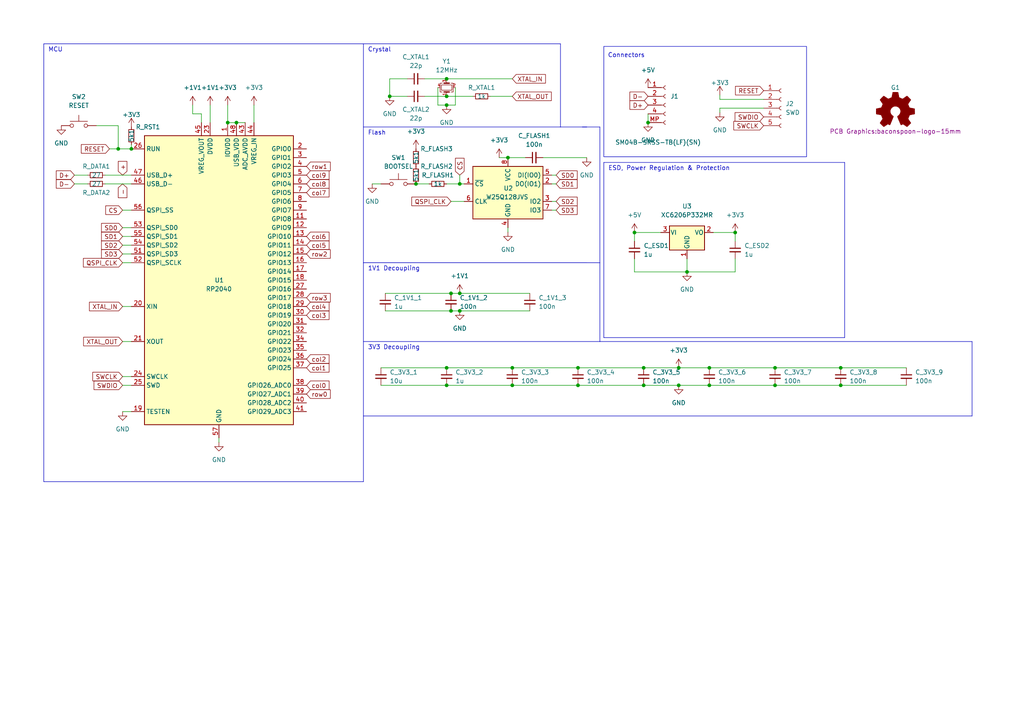
<source format=kicad_sch>
(kicad_sch (version 20230121) (generator eeschema)
  (paper "A4")
  (lib_symbols
    (symbol "Connector:Conn_01x04_Female" (pin_names (offset 1.016) hide)
      (property "Reference" "J1" (at 1.397 0 0))
      (property "Value" "SM04B-SRSS-TB(LF)(SN)" (at -14.605 -13.335 0))
      (symbol "Conn_01x04_Female_1_1"
        (arc (start 0 -7.112) (mid -0.5058 -7.62) (end 0 -8.128) (stroke (width 0.1524)))
        (arc (start 0 -4.572) (mid -0.5058 -5.08) (end 0 -5.588) (stroke (width 0.1524)))
        (arc (start 0 -2.032) (mid -0.5058 -2.54) (end 0 -3.048) (stroke (width 0.1524)))
        (polyline (pts (xy -1.27 -7.62) (xy -0.508 -7.62)) (stroke (width 0.1524)))
        (polyline (pts (xy -1.27 -5.08) (xy -0.508 -5.08)) (stroke (width 0.1524)))
        (polyline (pts (xy -1.27 -2.54) (xy -0.508 -2.54)) (stroke (width 0.1524)))
        (polyline (pts (xy -1.27 0) (xy -0.508 0)) (stroke (width 0.1524)))
        (polyline (pts (xy -1.27 2.54) (xy -0.508 2.54)) (stroke (width 0.1524)))
        (arc (start 0 0.508) (mid -0.5058 0) (end 0 -0.508) (stroke (width 0.1524)))
        (arc (start 0 3.048) (mid -0.5058 2.54) (end 0 2.032) (stroke (width 0.1524)))
        (pin passive line (at -5.08 2.54 0) (length 3.81) (name "Pin_1") (number "1"))
        (pin passive line (at -5.08 0 0) (length 3.81) (name "Pin_2") (number "2"))
        (pin passive line (at -5.08 -2.54 0) (length 3.81) (name "Pin_3") (number "3"))
        (pin passive line (at -5.08 -5.08 0) (length 3.81) (name "Pin_4") (number "4"))
        (pin passive line (at -5.08 -7.62 0) (length 3.81) (name "MP") (number "MP"))
      )
    )
    (symbol "Connector:Conn_01x05_Female" (pin_names (offset 1.016) hide)
      (property "Reference" "J" (at 0 7.62 0))
      (property "Value" "Conn_01x05_Female" (at 0 -7.62 0))
      (symbol "Conn_01x05_Female_1_1"
        (arc (start 0 -4.572) (mid -0.5058 -5.08) (end 0 -5.588) (stroke (width 0.1524)))
        (arc (start 0 -2.032) (mid -0.5058 -2.54) (end 0 -3.048) (stroke (width 0.1524)))
        (polyline (pts (xy -1.27 -5.08) (xy -0.508 -5.08)) (stroke (width 0.1524)))
        (polyline (pts (xy -1.27 -2.54) (xy -0.508 -2.54)) (stroke (width 0.1524)))
        (polyline (pts (xy -1.27 0) (xy -0.508 0)) (stroke (width 0.1524)))
        (polyline (pts (xy -1.27 2.54) (xy -0.508 2.54)) (stroke (width 0.1524)))
        (polyline (pts (xy -1.27 5.08) (xy -0.508 5.08)) (stroke (width 0.1524)))
        (arc (start 0 0.508) (mid -0.5058 0) (end 0 -0.508) (stroke (width 0.1524)))
        (arc (start 0 3.048) (mid -0.5058 2.54) (end 0 2.032) (stroke (width 0.1524)))
        (arc (start 0 5.588) (mid -0.5058 5.08) (end 0 4.572) (stroke (width 0.1524)))
        (pin passive line (at -5.08 5.08 0) (length 3.81) (name "Pin_1") (number "1"))
        (pin passive line (at -5.08 2.54 0) (length 3.81) (name "Pin_2") (number "2"))
        (pin passive line (at -5.08 0 0) (length 3.81) (name "Pin_3") (number "3"))
        (pin passive line (at -5.08 -2.54 0) (length 3.81) (name "Pin_4") (number "4"))
        (pin passive line (at -5.08 -5.08 0) (length 3.81) (name "Pin_5") (number "5"))
      )
    )
    (symbol "Device:C_Small" (pin_numbers hide) (pin_names (offset 0.254) hide)
      (property "Reference" "C" (at 0.254 1.778 0))
      (property "Value" "C_Small" (at 0.254 -2.032 0))
      (symbol "C_Small_0_1"
        (polyline (pts (xy -1.524 -0.508) (xy 1.524 -0.508)) (stroke (width 0.3302)))
        (polyline (pts (xy -1.524 0.508) (xy 1.524 0.508)) (stroke (width 0.3048)))
      )
      (symbol "C_Small_1_1"
        (pin passive line (at 0 2.54 270) (length 2.032) (name "~") (number "1"))
        (pin passive line (at 0 -2.54 90) (length 2.032) (name "~") (number "2"))
      )
    )
    (symbol "Device:Crystal_GND24_Small" (pin_names (offset 1.016) hide)
      (property "Reference" "Y" (at 1.27 4.445 0))
      (property "Value" "Crystal_GND24_Small" (at 1.27 2.54 0))
      (symbol "Crystal_GND24_Small_0_1"
        (rectangle (start -0.762 -1.524) (end 0.762 1.524))
        (polyline (pts (xy -1.27 -0.762) (xy -1.27 0.762)) (stroke (width 0.381)))
        (polyline (pts (xy 1.27 -0.762) (xy 1.27 0.762)) (stroke (width 0.381)))
        (polyline (pts (xy -1.27 -1.27) (xy -1.27 -1.905) (xy 1.27 -1.905) (xy 1.27 -1.27)))
        (polyline (pts (xy -1.27 1.27) (xy -1.27 1.905) (xy 1.27 1.905) (xy 1.27 1.27)))
      )
      (symbol "Crystal_GND24_Small_1_1"
        (pin passive line (at -2.54 0 0) (length 1.27) (name "1") (number "1"))
        (pin passive line (at 0 -2.54 90) (length 0.635) (name "2") (number "2"))
        (pin passive line (at 2.54 0 180) (length 1.27) (name "3") (number "3"))
        (pin passive line (at 0 2.54 270) (length 0.635) (name "4") (number "4"))
      )
    )
    (symbol "Device:R_Small" (pin_numbers hide) (pin_names (offset 0.254) hide)
      (property "Reference" "R" (at 0.762 0.508 0))
      (property "Value" "R_Small" (at 0.762 -1.016 0))
      (symbol "R_Small_0_1"
        (rectangle (start -0.762 1.778) (end 0.762 -1.778) (stroke (width 0.2032)))
      )
      (symbol "R_Small_1_1"
        (pin passive line (at 0 2.54 270) (length 0.762) (name "~") (number "1"))
        (pin passive line (at 0 -2.54 90) (length 0.762) (name "~") (number "2"))
      )
    )
    (symbol "Graphic:Logo_Open_Hardware_Small" (in_bom no) (on_board no)
      (symbol "Logo_Open_Hardware_Small_0_1"
        (polyline (pts (xy 3.3528 -4.3434) (xy 3.302 -4.318) (xy 3.175 -4.2418) (xy 2.9972 -4.1148) (xy 2.7686 -3.9624) (xy 2.54 -3.81) (xy 2.3622 -3.7084) (xy 2.2352 -3.6068) (xy 2.1844 -3.5814) (xy 2.159 -3.6068) (xy 2.0574 -3.6576) (xy 1.905 -3.7338) (xy 1.8034 -3.7846) (xy 1.6764 -3.8354) (xy 1.6002 -3.8354) (xy 1.6002 -3.8354) (xy 1.5494 -3.7338) (xy 1.4732 -3.5306) (xy 1.3462 -3.302) (xy 1.2446 -3.0226) (xy 1.1176 -2.7178) (xy 0.9652 -2.413) (xy 0.8636 -2.1082) (xy 0.7366 -1.8288) (xy 0.6604 -1.6256) (xy 0.6096 -1.4732) (xy 0.5842 -1.397) (xy 0.5842 -1.397) (xy 0.6604 -1.3208) (xy 0.7874 -1.2446) (xy 1.0414 -1.016) (xy 1.2954 -0.6858) (xy 1.4478 -0.3302) (xy 1.524 0.0762) (xy 1.4732 0.4572) (xy 1.3208 0.8128) (xy 1.0668 1.143) (xy 0.762 1.3716) (xy 0.4064 1.524) (xy 0 1.5748) (xy -0.381 1.5494) (xy -0.7366 1.397) (xy -1.0668 1.143) (xy -1.2192 0.9906) (xy -1.397 0.6604) (xy -1.524 0.3048) (xy -1.524 0.2286) (xy -1.4986 -0.1778) (xy -1.397 -0.5334) (xy -1.1938 -0.8636) (xy -0.9144 -1.143) (xy -0.8636 -1.1684) (xy -0.7366 -1.27) (xy -0.635 -1.3462) (xy -0.5842 -1.397) (xy -1.0668 -2.5908) (xy -1.143 -2.794) (xy -1.2954 -3.1242) (xy -1.397 -3.4036) (xy -1.4986 -3.6322) (xy -1.5748 -3.7846) (xy -1.6002 -3.8354) (xy -1.6002 -3.8354) (xy -1.651 -3.8354) (xy -1.7272 -3.81) (xy -1.905 -3.7338) (xy -2.0066 -3.683) (xy -2.1336 -3.6068) (xy -2.2098 -3.5814) (xy -2.2606 -3.6068) (xy -2.3622 -3.683) (xy -2.54 -3.81) (xy -2.7686 -3.9624) (xy -2.9718 -4.0894) (xy -3.1496 -4.2164) (xy -3.302 -4.318) (xy -3.3528 -4.3434) (xy -3.3782 -4.3434) (xy -3.429 -4.318) (xy -3.5306 -4.2164) (xy -3.7084 -4.064) (xy -3.937 -3.8354) (xy -3.9624 -3.81) (xy -4.1656 -3.6068) (xy -4.318 -3.4544) (xy -4.4196 -3.3274) (xy -4.445 -3.2766) (xy -4.445 -3.2766) (xy -4.4196 -3.2258) (xy -4.318 -3.0734) (xy -4.2164 -2.8956) (xy -4.064 -2.667) (xy -3.6576 -2.0828) (xy -3.8862 -1.5494) (xy -3.937 -1.3716) (xy -4.0386 -1.1684) (xy -4.0894 -1.0414) (xy -4.1148 -0.9652) (xy -4.191 -0.9398) (xy -4.318 -0.9144) (xy -4.5466 -0.8636) (xy -4.8006 -0.8128) (xy -5.0546 -0.7874) (xy -5.2578 -0.7366) (xy -5.4356 -0.7112) (xy -5.5118 -0.6858) (xy -5.5118 -0.6858) (xy -5.5372 -0.635) (xy -5.5372 -0.5588) (xy -5.5372 -0.4318) (xy -5.5626 -0.2286) (xy -5.5626 0.0762) (xy -5.5626 0.127) (xy -5.5372 0.4064) (xy -5.5372 0.635) (xy -5.5372 0.762) (xy -5.5372 0.8382) (xy -5.5372 0.8382) (xy -5.461 0.8382) (xy -5.3086 0.889) (xy -5.08 0.9144) (xy -4.826 0.9652) (xy -4.8006 0.9906) (xy -4.5466 1.0414) (xy -4.318 1.0668) (xy -4.1656 1.1176) (xy -4.0894 1.143) (xy -4.0894 1.143) (xy -4.0386 1.2446) (xy -3.9624 1.4224) (xy -3.8608 1.6256) (xy -3.7846 1.8288) (xy -3.7084 2.0066) (xy -3.6576 2.159) (xy -3.6322 2.2098) (xy -3.6322 2.2098) (xy -3.683 2.286) (xy -3.7592 2.413) (xy -3.8862 2.5908) (xy -4.064 2.8194) (xy -4.064 2.8448) (xy -4.2164 3.0734) (xy -4.3434 3.2512) (xy -4.4196 3.3782) (xy -4.445 3.4544) (xy -4.445 3.4544) (xy -4.3942 3.5052) (xy -4.2926 3.6322) (xy -4.1148 3.81) (xy -3.937 4.0132) (xy -3.8608 4.064) (xy -3.6576 4.2926) (xy -3.5052 4.4196) (xy -3.4036 4.4958) (xy -3.3528 4.5212) (xy -3.3528 4.5212) (xy -3.302 4.4704) (xy -3.1496 4.3688) (xy -2.9718 4.2418) (xy -2.7432 4.0894) (xy -2.7178 4.0894) (xy -2.4892 3.937) (xy -2.3114 3.81) (xy -2.1844 3.7084) (xy -2.1336 3.683) (xy -2.1082 3.683) (xy -2.032 3.7084) (xy -1.8542 3.7592) (xy -1.6764 3.8354) (xy -1.4732 3.937) (xy -1.27 4.0132) (xy -1.143 4.064) (xy -1.0668 4.1148) (xy -1.0668 4.1148) (xy -1.0414 4.191) (xy -1.016 4.3434) (xy -0.9652 4.572) (xy -0.9144 4.8514) (xy -0.889 4.9022) (xy -0.8382 5.1562) (xy -0.8128 5.3848) (xy -0.7874 5.5372) (xy -0.762 5.588) (xy -0.7112 5.6134) (xy -0.5842 5.6134) (xy -0.4064 5.6134) (xy -0.1524 5.6134) (xy 0.0762 5.6134) (xy 0.3302 5.6134) (xy 0.5334 5.6134) (xy 0.6858 5.588) (xy 0.7366 5.588) (xy 0.7366 5.588) (xy 0.762 5.5118) (xy 0.8128 5.334) (xy 0.8382 5.1054) (xy 0.9144 4.826) (xy 0.9144 4.7752) (xy 0.9652 4.5212) (xy 1.016 4.2926) (xy 1.0414 4.1402) (xy 1.0668 4.0894) (xy 1.0668 4.0894) (xy 1.1938 4.0386) (xy 1.3716 3.9624) (xy 1.5748 3.8608) (xy 2.0828 3.6576) (xy 2.7178 4.0894) (xy 2.7686 4.1402) (xy 2.9972 4.2926) (xy 3.175 4.4196) (xy 3.302 4.4958) (xy 3.3782 4.5212) (xy 3.3782 4.5212) (xy 3.429 4.4704) (xy 3.556 4.3434) (xy 3.7338 4.191) (xy 3.9116 3.9878) (xy 4.064 3.8354) (xy 4.2418 3.6576) (xy 4.3434 3.556) (xy 4.4196 3.4798) (xy 4.4196 3.429) (xy 4.4196 3.4036) (xy 4.3942 3.3274) (xy 4.2926 3.2004) (xy 4.1656 2.9972) (xy 4.0132 2.794) (xy 3.8862 2.5908) (xy 3.7592 2.3876) (xy 3.6576 2.2352) (xy 3.6322 2.159) (xy 3.6322 2.1336) (xy 3.683 2.0066) (xy 3.7592 1.8288) (xy 3.8608 1.6002) (xy 4.064 1.1176) (xy 4.3942 1.0414) (xy 4.5974 1.016) (xy 4.8768 0.9652) (xy 5.1308 0.9144) (xy 5.5372 0.8382) (xy 5.5626 -0.6604) (xy 5.4864 -0.6858) (xy 5.4356 -0.6858) (xy 5.2832 -0.7366) (xy 5.0546 -0.762) (xy 4.8006 -0.8128) (xy 4.5974 -0.8636) (xy 4.3688 -0.9144) (xy 4.2164 -0.9398) (xy 4.1402 -0.9398) (xy 4.1148 -0.9652) (xy 4.064 -1.0668) (xy 3.9878 -1.2446) (xy 3.9116 -1.4478) (xy 3.81 -1.651) (xy 3.7338 -1.8542) (xy 3.683 -2.0066) (xy 3.6576 -2.0828) (xy 3.683 -2.1336) (xy 3.7846 -2.2606) (xy 3.8862 -2.4638) (xy 4.0386 -2.667) (xy 4.191 -2.8956) (xy 4.318 -3.0734) (xy 4.3942 -3.2004) (xy 4.445 -3.2766) (xy 4.4196 -3.3274) (xy 4.3434 -3.429) (xy 4.1656 -3.5814) (xy 3.937 -3.8354) (xy 3.8862 -3.8608) (xy 3.683 -4.064) (xy 3.5306 -4.2164) (xy 3.4036 -4.318) (xy 3.3528 -4.3434)) (fill (type outline)))
      )
    )
    (symbol "MCU_RaspberryPi:RP2040"
      (property "Reference" "U1" (at -1.27 0 0))
      (property "Value" "RP2040" (at -3.81 -2.54 0))
      (symbol "RP2040_0_1"
        (rectangle (start -21.59 41.91) (end 21.59 -41.91) (stroke (width 0.254)) (fill (type background)))
      )
      (symbol "RP2040_1_1"
        (pin power_in line (at 2.54 45.72 270) (length 3.81) (name "IOVDD") (number "1"))
        (pin passive line (at 2.54 45.72 270) (length 3.81) hide (name "IOVDD") (number "10"))
        (pin bidirectional line (at 25.4 17.78 180) (length 3.81) (name "GPIO8") (number "11"))
        (pin bidirectional line (at 25.4 15.24 180) (length 3.81) (name "GPIO9") (number "12"))
        (pin bidirectional line (at 25.4 12.7 180) (length 3.81) (name "GPIO10") (number "13"))
        (pin bidirectional line (at 25.4 10.16 180) (length 3.81) (name "GPIO11") (number "14"))
        (pin bidirectional line (at 25.4 7.62 180) (length 3.81) (name "GPIO12") (number "15"))
        (pin bidirectional line (at 25.4 5.08 180) (length 3.81) (name "GPIO13") (number "16"))
        (pin bidirectional line (at 25.4 2.54 180) (length 3.81) (name "GPIO14") (number "17"))
        (pin bidirectional line (at 25.4 0 180) (length 3.81) (name "GPIO15") (number "18"))
        (pin input line (at -25.4 -38.1 0) (length 3.81) (name "TESTEN") (number "19"))
        (pin bidirectional line (at 25.4 38.1 180) (length 3.81) (name "GPIO0") (number "2"))
        (pin input line (at -25.4 -7.62 0) (length 3.81) (name "XIN") (number "20"))
        (pin passive line (at -25.4 -17.78 0) (length 3.81) (name "XOUT") (number "21"))
        (pin passive line (at 2.54 45.72 270) (length 3.81) hide (name "IOVDD") (number "22"))
        (pin power_in line (at -2.54 45.72 270) (length 3.81) (name "DVDD") (number "23"))
        (pin output line (at -25.4 -27.94 0) (length 3.81) (name "SWCLK") (number "24"))
        (pin bidirectional line (at -25.4 -30.48 0) (length 3.81) (name "SWD") (number "25"))
        (pin input line (at -25.4 38.1 0) (length 3.81) (name "RUN") (number "26"))
        (pin bidirectional line (at 25.4 -2.54 180) (length 3.81) (name "GPIO16") (number "27"))
        (pin bidirectional line (at 25.4 -5.08 180) (length 3.81) (name "GPIO17") (number "28"))
        (pin bidirectional line (at 25.4 -7.62 180) (length 3.81) (name "GPIO18") (number "29"))
        (pin bidirectional line (at 25.4 35.56 180) (length 3.81) (name "GPIO1") (number "3"))
        (pin bidirectional line (at 25.4 -10.16 180) (length 3.81) (name "GPIO19") (number "30"))
        (pin bidirectional line (at 25.4 -12.7 180) (length 3.81) (name "GPIO20") (number "31"))
        (pin bidirectional line (at 25.4 -15.24 180) (length 3.81) (name "GPIO21") (number "32"))
        (pin passive line (at 2.54 45.72 270) (length 3.81) hide (name "IOVDD") (number "33"))
        (pin bidirectional line (at 25.4 -17.78 180) (length 3.81) (name "GPIO22") (number "34"))
        (pin bidirectional line (at 25.4 -20.32 180) (length 3.81) (name "GPIO23") (number "35"))
        (pin bidirectional line (at 25.4 -22.86 180) (length 3.81) (name "GPIO24") (number "36"))
        (pin bidirectional line (at 25.4 -25.4 180) (length 3.81) (name "GPIO25") (number "37"))
        (pin bidirectional line (at 25.4 -30.48 180) (length 3.81) (name "GPIO26_ADC0") (number "38"))
        (pin bidirectional line (at 25.4 -33.02 180) (length 3.81) (name "GPIO27_ADC1") (number "39"))
        (pin bidirectional line (at 25.4 33.02 180) (length 3.81) (name "GPIO2") (number "4"))
        (pin bidirectional line (at 25.4 -35.56 180) (length 3.81) (name "GPIO28_ADC2") (number "40"))
        (pin bidirectional line (at 25.4 -38.1 180) (length 3.81) (name "GPIO29_ADC3") (number "41"))
        (pin passive line (at 2.54 45.72 270) (length 3.81) hide (name "IOVDD") (number "42"))
        (pin power_in line (at 7.62 45.72 270) (length 3.81) (name "ADC_AVDD") (number "43"))
        (pin power_in line (at 10.16 45.72 270) (length 3.81) (name "VREG_IN") (number "44"))
        (pin power_out line (at -5.08 45.72 270) (length 3.81) (name "VREG_VOUT") (number "45"))
        (pin bidirectional line (at -25.4 27.94 0) (length 3.81) (name "USB_D-") (number "46"))
        (pin bidirectional line (at -25.4 30.48 0) (length 3.81) (name "USB_D+") (number "47"))
        (pin power_in line (at 5.08 45.72 270) (length 3.81) (name "USB_VDD") (number "48"))
        (pin passive line (at 2.54 45.72 270) (length 3.81) hide (name "IOVDD") (number "49"))
        (pin bidirectional line (at 25.4 30.48 180) (length 3.81) (name "GPIO3") (number "5"))
        (pin passive line (at -2.54 45.72 270) (length 3.81) hide (name "DVDD") (number "50"))
        (pin bidirectional line (at -25.4 7.62 0) (length 3.81) (name "QSPI_SD3") (number "51"))
        (pin output line (at -25.4 5.08 0) (length 3.81) (name "QSPI_SCLK") (number "52"))
        (pin bidirectional line (at -25.4 15.24 0) (length 3.81) (name "QSPI_SD0") (number "53"))
        (pin bidirectional line (at -25.4 10.16 0) (length 3.81) (name "QSPI_SD2") (number "54"))
        (pin bidirectional line (at -25.4 12.7 0) (length 3.81) (name "QSPI_SD1") (number "55"))
        (pin bidirectional line (at -25.4 20.32 0) (length 3.81) (name "QSPI_SS") (number "56"))
        (pin power_in line (at 0 -45.72 90) (length 3.81) (name "GND") (number "57"))
        (pin bidirectional line (at 25.4 27.94 180) (length 3.81) (name "GPIO4") (number "6"))
        (pin bidirectional line (at 25.4 25.4 180) (length 3.81) (name "GPIO5") (number "7"))
        (pin bidirectional line (at 25.4 22.86 180) (length 3.81) (name "GPIO6") (number "8"))
        (pin bidirectional line (at 25.4 20.32 180) (length 3.81) (name "GPIO7") (number "9"))
      )
    )
    (symbol "Memory_Flash:W25Q128JVS"
      (property "Reference" "U" (at -8.89 8.89 0))
      (property "Value" "W25Q128JVS" (at 7.62 8.89 0))
      (symbol "W25Q128JVS_0_1"
        (rectangle (start -10.16 7.62) (end 10.16 -7.62) (stroke (width 0.254)) (fill (type background)))
      )
      (symbol "W25Q128JVS_1_1"
        (pin input line (at -12.7 2.54 0) (length 2.54) (name "~{CS}") (number "1"))
        (pin bidirectional line (at 12.7 2.54 180) (length 2.54) (name "DO(IO1)") (number "2"))
        (pin bidirectional line (at 12.7 -2.54 180) (length 2.54) (name "IO2") (number "3"))
        (pin power_in line (at 0 -10.16 90) (length 2.54) (name "GND") (number "4"))
        (pin bidirectional line (at 12.7 5.08 180) (length 2.54) (name "DI(IO0)") (number "5"))
        (pin input line (at -12.7 -2.54 0) (length 2.54) (name "CLK") (number "6"))
        (pin bidirectional line (at 12.7 -5.08 180) (length 2.54) (name "IO3") (number "7"))
        (pin power_in line (at 0 10.16 270) (length 2.54) (name "VCC") (number "8"))
      )
    )
    (symbol "Regulator_Linear:XC6206PxxxMR" (pin_names (offset 0.254))
      (property "Reference" "U" (at -3.81 3.175 0))
      (property "Value" "XC6206PxxxMR" (at 0 3.175 0))
      (symbol "XC6206PxxxMR_0_1"
        (rectangle (start -5.08 1.905) (end 5.08 -5.08) (stroke (width 0.254)) (fill (type background)))
      )
      (symbol "XC6206PxxxMR_1_1"
        (pin power_in line (at 0 -7.62 90) (length 2.54) (name "GND") (number "1"))
        (pin power_out line (at 7.62 0 180) (length 2.54) (name "VO") (number "2"))
        (pin power_in line (at -7.62 0 0) (length 2.54) (name "VI") (number "3"))
      )
    )
    (symbol "Switch:SW_Push" (pin_numbers hide) (pin_names (offset 1.016) hide)
      (property "Reference" "SW" (at 1.27 2.54 0))
      (property "Value" "SW_Push" (at 0 -1.524 0))
      (symbol "SW_Push_0_1"
        (circle (center -2.032 0) (radius 0.508))
        (polyline (pts (xy 0 1.27) (xy 0 3.048)))
        (polyline (pts (xy 2.54 1.27) (xy -2.54 1.27)))
        (circle (center 2.032 0) (radius 0.508))
        (pin passive line (at -5.08 0 0) (length 2.54) (name "1") (number "1"))
        (pin passive line (at 5.08 0 180) (length 2.54) (name "2") (number "2"))
      )
    )
    (symbol "power:+1V1" (power) (pin_names (offset 0))
      (property "Value" "+1V1" (at 0 3.556 0))
      (symbol "+1V1_0_1"
        (polyline (pts (xy -0.762 1.27) (xy 0 2.54)))
        (polyline (pts (xy 0 0) (xy 0 2.54)))
        (polyline (pts (xy 0 2.54) (xy 0.762 1.27)))
      )
      (symbol "+1V1_1_1"
        (pin power_in line (at 0 0 90) (length 0) hide (name "+1V1") (number "1"))
      )
    )
    (symbol "power:+3V3" (power) (pin_names (offset 0))
      (property "Value" "+3V3" (at 0 3.556 0))
      (symbol "+3V3_0_1"
        (polyline (pts (xy -0.762 1.27) (xy 0 2.54)))
        (polyline (pts (xy 0 0) (xy 0 2.54)))
        (polyline (pts (xy 0 2.54) (xy 0.762 1.27)))
      )
      (symbol "+3V3_1_1"
        (pin power_in line (at 0 0 90) (length 0) hide (name "+3V3") (number "1"))
      )
    )
    (symbol "power:+5V" (power) (pin_names (offset 0))
      (property "Value" "+5V" (at 0 3.556 0))
      (symbol "+5V_0_1"
        (polyline (pts (xy -0.762 1.27) (xy 0 2.54)))
        (polyline (pts (xy 0 0) (xy 0 2.54)))
        (polyline (pts (xy 0 2.54) (xy 0.762 1.27)))
      )
      (symbol "+5V_1_1"
        (pin power_in line (at 0 0 90) (length 0) hide (name "+5V") (number "1"))
      )
    )
    (symbol "power:GND" (power) (pin_names (offset 0))
      (property "Value" "GND" (at 0 -3.81 0))
      (symbol "GND_0_1"
        (polyline (pts (xy 0 0) (xy 0 -1.27) (xy 1.27 -1.27) (xy 0 -2.54) (xy -1.27 -1.27) (xy 0 -1.27)))
      )
      (symbol "GND_1_1"
        (pin power_in line (at 0 0 270) (length 0) hide (name "GND") (number "1"))
      )
    )
  )
  (junction (at 243.84 111.76))
  (junction (at 130.81 85.09))
  (junction (at 129.54 111.76))
  (junction (at 130.81 90.17))
  (junction (at 213.233 67.437))
  (junction (at 196.85 111.76))
  (junction (at 148.59 111.76))
  (junction (at 129.54 22.86))
  (junction (at 133.35 85.09))
  (junction (at 167.64 106.68))
  (junction (at 38.1 43.18))
  (junction (at 129.54 30.48))
  (junction (at 196.85 106.68))
  (junction (at 186.69 111.76))
  (junction (at 205.74 106.68))
  (junction (at 147.32 45.72))
  (junction (at 129.54 27.94))
  (junction (at 184.023 67.437))
  (junction (at 113.03 27.94))
  (junction (at 120.65 53.34))
  (junction (at 243.84 106.68))
  (junction (at 224.79 106.68))
  (junction (at 148.59 106.68))
  (junction (at 133.35 90.17))
  (junction (at 187.96 35.56))
  (junction (at 34.29 43.18))
  (junction (at 205.74 111.76))
  (junction (at 224.79 111.76))
  (junction (at 186.69 106.68))
  (junction (at 129.54 106.68))
  (junction (at 167.64 111.76))
  (junction (at 199.263 78.867))
  (junction (at 66.04 35.56))
  (junction (at 68.58 35.56))
  (junction (at 133.35 53.34))
  (wire (pts (xy 35.56 66.04) (xy 38.1 66.04)))
  (polyline (pts (xy 162.56 36.83) (xy 105.41 36.83)))
  (polyline (pts (xy 105.41 76.2) (xy 173.99 76.2)))
  (wire (pts (xy 35.56 76.2) (xy 38.1 76.2)))
  (wire (pts (xy 129.54 111.76) (xy 148.59 111.76)))
  (wire (pts (xy 35.56 99.06) (xy 38.1 99.06)))
  (wire (pts (xy 66.04 35.56) (xy 68.58 35.56)))
  (wire (pts (xy 35.56 68.58) (xy 38.1 68.58)))
  (wire (pts (xy 142.24 27.94) (xy 148.59 27.94)))
  (wire (pts (xy 133.35 50.8) (xy 133.35 53.34)))
  (wire (pts (xy 133.35 53.34) (xy 134.62 53.34)))
  (wire (pts (xy 205.74 106.68) (xy 224.79 106.68)))
  (wire (pts (xy 55.88 30.48) (xy 55.88 33.02)))
  (wire (pts (xy 148.59 111.76) (xy 167.64 111.76)))
  (wire (pts (xy 184.023 75.057) (xy 184.023 78.867)))
  (wire (pts (xy 107.95 53.34) (xy 110.49 53.34)))
  (wire (pts (xy 113.03 27.94) (xy 118.11 27.94)))
  (wire (pts (xy 160.02 60.96) (xy 161.29 60.96)))
  (wire (pts (xy 243.84 106.68) (xy 262.89 106.68)))
  (wire (pts (xy 127 25.4) (xy 127 30.48)))
  (wire (pts (xy 35.56 71.12) (xy 38.1 71.12)))
  (wire (pts (xy 199.263 75.057) (xy 199.263 78.867)))
  (wire (pts (xy 31.75 43.18) (xy 34.29 43.18)))
  (polyline (pts (xy 204.343 47.117) (xy 244.983 47.117)))
  (polyline (pts (xy 173.99 36.83) (xy 173.99 76.2)))
  (wire (pts (xy 129.54 22.86) (xy 148.59 22.86)))
  (polyline (pts (xy 105.41 99.06) (xy 173.99 99.06)))
  (polyline (pts (xy 162.56 36.83) (xy 170.18 36.83)))
  (wire (pts (xy 127 30.48) (xy 129.54 30.48)))
  (polyline (pts (xy 244.983 97.917) (xy 175.133 97.917)))
  (wire (pts (xy 58.42 33.02) (xy 55.88 33.02)))
  (wire (pts (xy 30.48 50.8) (xy 38.1 50.8)))
  (wire (pts (xy 113.03 22.86) (xy 118.11 22.86)))
  (wire (pts (xy 196.85 111.76) (xy 205.74 111.76)))
  (wire (pts (xy 213.233 69.977) (xy 213.233 67.437)))
  (wire (pts (xy 196.85 106.68) (xy 205.74 106.68)))
  (wire (pts (xy 224.79 111.76) (xy 243.84 111.76)))
  (wire (pts (xy 167.64 111.76) (xy 186.69 111.76)))
  (polyline (pts (xy 173.99 76.2) (xy 173.99 99.06)))
  (wire (pts (xy 184.023 78.867) (xy 199.263 78.867)))
  (wire (pts (xy 208.788 27.559) (xy 208.788 28.829)))
  (wire (pts (xy 130.81 58.42) (xy 134.62 58.42)))
  (wire (pts (xy 129.54 106.68) (xy 148.59 106.68)))
  (polyline (pts (xy 162.56 12.7) (xy 162.56 36.83)))
  (polyline (pts (xy 175.133 47.117) (xy 175.133 97.917)))
  (wire (pts (xy 130.81 85.09) (xy 133.35 85.09)))
  (wire (pts (xy 68.58 35.56) (xy 71.12 35.56)))
  (wire (pts (xy 133.35 90.17) (xy 153.67 90.17)))
  (wire (pts (xy 123.19 22.86) (xy 129.54 22.86)))
  (wire (pts (xy 21.59 50.8) (xy 25.4 50.8)))
  (polyline (pts (xy 105.41 12.7) (xy 162.56 12.7)))
  (wire (pts (xy 129.54 27.94) (xy 137.16 27.94)))
  (wire (pts (xy 123.19 27.94) (xy 129.54 27.94)))
  (wire (pts (xy 187.96 33.02) (xy 187.96 35.56)))
  (wire (pts (xy 35.56 60.96) (xy 38.1 60.96)))
  (wire (pts (xy 129.54 53.34) (xy 133.35 53.34)))
  (wire (pts (xy 35.56 73.66) (xy 38.1 73.66)))
  (wire (pts (xy 73.66 30.48) (xy 73.66 35.56)))
  (wire (pts (xy 60.96 30.48) (xy 60.96 35.56)))
  (wire (pts (xy 208.788 28.829) (xy 221.488 28.829)))
  (wire (pts (xy 160.02 50.8) (xy 161.29 50.8)))
  (wire (pts (xy 206.883 67.437) (xy 213.233 67.437)))
  (wire (pts (xy 110.49 106.68) (xy 129.54 106.68)))
  (wire (pts (xy 160.02 58.42) (xy 161.29 58.42)))
  (polyline (pts (xy 281.94 120.65) (xy 105.41 120.65)))
  (wire (pts (xy 130.81 90.17) (xy 133.35 90.17)))
  (wire (pts (xy 113.03 22.86) (xy 113.03 27.94)))
  (wire (pts (xy 243.84 111.76) (xy 262.89 111.76)))
  (wire (pts (xy 199.263 78.867) (xy 213.233 78.867)))
  (wire (pts (xy 157.48 45.72) (xy 170.18 45.72)))
  (wire (pts (xy 35.56 111.76) (xy 38.1 111.76)))
  (polyline (pts (xy 281.94 99.06) (xy 281.94 120.65)))
  (polyline (pts (xy 12.7 12.7) (xy 105.41 12.7)))
  (wire (pts (xy 186.69 106.68) (xy 196.85 106.68)))
  (wire (pts (xy 208.788 32.639) (xy 208.788 31.369)))
  (wire (pts (xy 224.79 106.68) (xy 243.84 106.68)))
  (wire (pts (xy 148.59 106.68) (xy 167.64 106.68)))
  (polyline (pts (xy 244.983 47.117) (xy 244.983 97.917)))
  (wire (pts (xy 35.56 88.9) (xy 38.1 88.9)))
  (wire (pts (xy 205.74 111.76) (xy 224.79 111.76)))
  (wire (pts (xy 186.69 111.76) (xy 196.85 111.76)))
  (wire (pts (xy 132.08 30.48) (xy 129.54 30.48)))
  (wire (pts (xy 38.1 41.91) (xy 38.1 43.18)))
  (wire (pts (xy 111.76 85.09) (xy 130.81 85.09)))
  (wire (pts (xy 35.56 109.22) (xy 38.1 109.22)))
  (wire (pts (xy 66.04 30.48) (xy 66.04 35.56)))
  (wire (pts (xy 184.023 67.437) (xy 191.643 67.437)))
  (wire (pts (xy 132.08 25.4) (xy 132.08 30.48)))
  (wire (pts (xy 144.78 45.72) (xy 147.32 45.72)))
  (wire (pts (xy 147.32 66.04) (xy 147.32 67.31)))
  (wire (pts (xy 63.5 127) (xy 63.5 128.27)))
  (polyline (pts (xy 173.99 99.06) (xy 281.94 99.06)))
  (polyline (pts (xy 168.91 36.83) (xy 173.99 36.83)))
  (wire (pts (xy 110.49 111.76) (xy 129.54 111.76)))
  (polyline (pts (xy 175.133 47.117) (xy 204.343 47.117)))
  (wire (pts (xy 34.29 36.449) (xy 34.29 43.18)))
  (wire (pts (xy 58.42 35.56) (xy 58.42 33.02)))
  (wire (pts (xy 111.76 90.17) (xy 130.81 90.17)))
  (wire (pts (xy 27.94 36.449) (xy 34.29 36.449)))
  (polyline (pts (xy 12.7 139.7) (xy 105.41 139.7)))
  (wire (pts (xy 160.02 53.34) (xy 161.29 53.34)))
  (wire (pts (xy 34.29 43.18) (xy 38.1 43.18)))
  (wire (pts (xy 167.64 106.68) (xy 186.69 106.68)))
  (polyline (pts (xy 105.41 12.7) (xy 105.41 139.7)))
  (wire (pts (xy 35.56 119.38) (xy 38.1 119.38)))
  (wire (pts (xy 21.59 53.34) (xy 25.4 53.34)))
  (wire (pts (xy 30.48 53.34) (xy 38.1 53.34)))
  (wire (pts (xy 208.788 31.369) (xy 221.488 31.369)))
  (wire (pts (xy 213.233 75.057) (xy 213.233 78.867)))
  (wire (pts (xy 133.35 85.09) (xy 153.67 85.09)))
  (wire (pts (xy 147.32 45.72) (xy 152.4 45.72)))
  (wire (pts (xy 184.023 67.437) (xy 184.023 69.977)))
  (wire (pts (xy 120.65 53.34) (xy 124.46 53.34)))
  (polyline (pts (xy 12.7 139.7) (xy 12.7 12.7)))
  (polyline (pts (xy 105.41 76.2) (xy 170.18 76.2)))
  (rectangle (start 175.133 13.462) (end 233.934 45.466))
  (text "Connectors\n" (at 176.276 16.891 0) (effects (font (size 1.27 1.27)) (justify left bottom)))
  (text "1V1 Decoupling\n" (at 106.68 78.74 0) (effects (font (size 1.27 1.27)) (justify left bottom)))
  (text "ESD, Power Regulation & Protection\n" (at 176.403 49.657 0) (effects (font (size 1.27 1.27)) (justify left bottom)))
  (text "Crystal\n" (at 106.68 15.24 0) (effects (font (size 1.27 1.27)) (justify left bottom)))
  (text "MCU" (at 13.97 15.24 0) (effects (font (size 1.27 1.27)) (justify left bottom)))
  (text "Flash" (at 106.68 39.37 0) (effects (font (size 1.27 1.27)) (justify left bottom)))
  (text "3V3 Decoupling" (at 106.68 101.6 0) (effects (font (size 1.27 1.27)) (justify left bottom)))
  (global_label "col8" (shape input) (at 88.9 53.34 0) (property "Intersheetrefs" "${INTERSHEET_REFS}" (effects hide)))
  (global_label "SD2" (shape input) (at 35.56 71.12 180) (property "Intersheetrefs" "${INTERSHEET_REFS}" (effects hide)))
  (global_label "QSPI_CLK" (shape input) (at 130.81 58.42 180) (property "Intersheetrefs" "${INTERSHEET_REFS}" (effects hide)))
  (global_label "SWCLK" (shape input) (at 221.488 36.449 180) (property "Intersheetrefs" "${INTERSHEET_REFS}" (effects hide)))
  (global_label "SD3" (shape input) (at 35.56 73.66 180) (property "Intersheetrefs" "${INTERSHEET_REFS}" (effects hide)))
  (global_label "D-" (shape input) (at 187.96 27.94 180) (property "Intersheetrefs" "${INTERSHEET_REFS}" (effects hide)))
  (global_label "SD0" (shape input) (at 161.29 50.8 0) (property "Intersheetrefs" "${INTERSHEET_REFS}" (effects hide)))
  (global_label "XTAL_OUT" (shape input) (at 148.59 27.94 0) (property "Intersheetrefs" "${INTERSHEET_REFS}" (effects hide)))
  (global_label "col7" (shape input) (at 88.9 55.88 0) (property "Intersheetrefs" "${INTERSHEET_REFS}" (effects hide)))
  (global_label "row3" (shape input) (at 88.9 86.36 0) (property "Intersheetrefs" "${INTERSHEET_REFS}" (effects hide)))
  (global_label "SWCLK" (shape input) (at 35.56 109.22 180) (property "Intersheetrefs" "${INTERSHEET_REFS}" (effects hide)))
  (global_label "col3" (shape input) (at 88.9 91.44 0) (property "Intersheetrefs" "${INTERSHEET_REFS}" (effects hide)))
  (global_label "col5" (shape input) (at 88.9 71.12 0) (property "Intersheetrefs" "${INTERSHEET_REFS}" (effects hide)))
  (global_label "col2" (shape input) (at 88.9 104.14 0) (property "Intersheetrefs" "${INTERSHEET_REFS}" (effects hide)))
  (global_label "col4" (shape input) (at 88.9 88.9 0) (property "Intersheetrefs" "${INTERSHEET_REFS}" (effects hide)))
  (global_label "CS" (shape input) (at 35.56 60.96 180) (property "Intersheetrefs" "${INTERSHEET_REFS}" (effects hide)))
  (global_label "-" (shape input) (at 35.56 53.34 270) (property "Intersheetrefs" "${INTERSHEET_REFS}" (effects hide)))
  (global_label "row1" (shape input) (at 88.9 48.26 0) (property "Intersheetrefs" "${INTERSHEET_REFS}" (effects hide)))
  (global_label "RESET" (shape input) (at 221.488 26.289 180) (property "Intersheetrefs" "${INTERSHEET_REFS}" (effects hide)))
  (global_label "D+" (shape input) (at 21.59 50.8 180) (property "Intersheetrefs" "${INTERSHEET_REFS}" (effects hide)))
  (global_label "D-" (shape input) (at 21.59 53.34 180) (property "Intersheetrefs" "${INTERSHEET_REFS}" (effects hide)))
  (global_label "SD0" (shape input) (at 35.56 66.04 180) (property "Intersheetrefs" "${INTERSHEET_REFS}" (effects hide)))
  (global_label "XTAL_IN" (shape input) (at 148.59 22.86 0) (property "Intersheetrefs" "${INTERSHEET_REFS}" (effects hide)))
  (global_label "SWDIO" (shape input) (at 221.488 33.909 180) (property "Intersheetrefs" "${INTERSHEET_REFS}" (effects hide)))
  (global_label "D+" (shape input) (at 187.96 30.48 180) (property "Intersheetrefs" "${INTERSHEET_REFS}" (effects hide)))
  (global_label "SD1" (shape input) (at 161.29 53.34 0) (property "Intersheetrefs" "${INTERSHEET_REFS}" (effects hide)))
  (global_label "CS" (shape input) (at 133.35 50.8 90) (property "Intersheetrefs" "${INTERSHEET_REFS}" (effects hide)))
  (global_label "row2" (shape input) (at 88.9 73.66 0) (property "Intersheetrefs" "${INTERSHEET_REFS}" (effects hide)))
  (global_label "SD1" (shape input) (at 35.56 68.58 180) (property "Intersheetrefs" "${INTERSHEET_REFS}" (effects hide)))
  (global_label "col9" (shape input) (at 88.9 50.8 0) (property "Intersheetrefs" "${INTERSHEET_REFS}" (effects hide)))
  (global_label "SD3" (shape input) (at 161.29 60.96 0) (property "Intersheetrefs" "${INTERSHEET_REFS}" (effects hide)))
  (global_label "XTAL_IN" (shape input) (at 35.56 88.9 180) (property "Intersheetrefs" "${INTERSHEET_REFS}" (effects hide)))
  (global_label "SD2" (shape input) (at 161.29 58.42 0) (property "Intersheetrefs" "${INTERSHEET_REFS}" (effects hide)))
  (global_label "XTAL_OUT" (shape input) (at 35.56 99.06 180) (property "Intersheetrefs" "${INTERSHEET_REFS}" (effects hide)))
  (global_label "QSPI_CLK" (shape input) (at 35.56 76.2 180) (property "Intersheetrefs" "${INTERSHEET_REFS}" (effects hide)))
  (global_label "col0" (shape input) (at 88.9 111.76 0) (property "Intersheetrefs" "${INTERSHEET_REFS}" (effects hide)))
  (global_label "RESET" (shape input) (at 31.75 43.18 180) (property "Intersheetrefs" "${INTERSHEET_REFS}" (effects hide)))
  (global_label "+" (shape input) (at 35.56 50.8 90) (property "Intersheetrefs" "${INTERSHEET_REFS}" (effects hide)))
  (global_label "row0" (shape input) (at 88.9 114.3 0) (property "Intersheetrefs" "${INTERSHEET_REFS}" (effects hide)))
  (global_label "col1" (shape input) (at 88.9 106.68 0) (property "Intersheetrefs" "${INTERSHEET_REFS}" (effects hide)))
  (global_label "SWDIO" (shape input) (at 35.56 111.76 180) (property "Intersheetrefs" "${INTERSHEET_REFS}" (effects hide)))
  (global_label "col6" (shape input) (at 88.9 68.58 0) (property "Intersheetrefs" "${INTERSHEET_REFS}" (effects hide)))
  (symbol (lib_id "Device:C_Small") (at 224.79 109.22 0) (unit 1)
    (property "Reference" "C_3V3_7" (at 227.33 107.9563 0) (effects (justify left)))
    (property "Value" "100n" (at 227.33 110.4963 0) (effects (justify left)))
    (property "Footprint" "Capacitor_SMD:C_0402_1005Metric" (effects hide))
  )
  (symbol (lib_id "Device:C_Small") (at 213.233 72.517 0) (unit 1)
    (property "Reference" "C_ESD2" (at 215.9 71.2533 0) (effects (justify left)))
    (property "Value" "1u" (at 215.9 73.7933 0) (effects (justify left)))
    (property "Footprint" "Capacitor_SMD:C_0402_1005Metric" (effects hide))
  )
  (symbol (lib_id "Device:C_Small") (at 184.023 72.517 0) (unit 1)
    (property "Reference" "C_ESD1" (at 186.69 71.2533 0) (effects (justify left)))
    (property "Value" "1u" (at 186.69 73.7933 0) (effects (justify left)))
    (property "Footprint" "Capacitor_SMD:C_0402_1005Metric" (effects hide))
  )
  (symbol (lib_id "Device:C_Small") (at 205.74 109.22 0) (unit 1)
    (property "Reference" "C_3V3_6" (at 208.28 107.9563 0) (effects (justify left)))
    (property "Value" "100n" (at 208.28 110.4963 0) (effects (justify left)))
    (property "Footprint" "Capacitor_SMD:C_0402_1005Metric" (effects hide))
  )
  (symbol (lib_id "power:+5V") (at 184.023 67.437 0) (unit 1)
    (property "Reference" "#PWR05" (effects hide))
    (property "Value" "+5V" (at 184.023 62.357 0))
  )
  (symbol (lib_id "Device:C_Small") (at 111.76 87.63 0) (unit 1)
    (property "Reference" "C_1V1_1" (at 114.3 86.3663 0) (effects (justify left)))
    (property "Value" "1u" (at 114.3 88.9063 0) (effects (justify left)))
    (property "Footprint" "Capacitor_SMD:C_0402_1005Metric" (effects hide))
  )
  (symbol (lib_id "power:GND") (at 113.03 27.94 0) (unit 1)
    (property "Reference" "#PWR0109" (effects hide))
    (property "Value" "GND" (at 113.03 33.02 0))
  )
  (symbol (lib_id "power:+3V3") (at 144.78 45.72 0) (unit 1)
    (property "Reference" "#PWR0106" (effects hide))
    (property "Value" "+3V3" (at 144.78 40.64 0))
  )
  (symbol (lib_id "Switch:SW_Push") (at 22.86 36.449 0) (unit 1)
    (property "Reference" "SW2" (at 22.86 28.067 0))
    (property "Value" "RESET" (at 22.86 30.607 0))
    (property "Footprint" "Button_Switch_SMD:SW_SPST_TL3342" (effects hide))
    (property "LCSC" "C318884" (effects hide))
  )
  (symbol (lib_id "power:GND") (at 170.18 45.72 0) (unit 1)
    (property "Reference" "#PWR0111" (effects hide))
    (property "Value" "GND" (at 170.18 50.8 0))
  )
  (symbol (lib_id "power:GND") (at 107.95 53.34 0) (unit 1)
    (property "Reference" "#PWR0108" (effects hide))
    (property "Value" "GND" (at 107.95 58.42 0))
  )
  (symbol (lib_id "Device:C_Small") (at 262.89 109.22 0) (unit 1)
    (property "Reference" "C_3V3_9" (at 265.43 107.9563 0) (effects (justify left)))
    (property "Value" "100n" (at 265.43 110.4963 0) (effects (justify left)))
    (property "Footprint" "Capacitor_SMD:C_0402_1005Metric" (effects hide))
  )
  (symbol (lib_id "power:GND") (at 187.96 35.56 0) (unit 1)
    (property "Reference" "#PWR04" (effects hide))
    (property "Value" "GND" (at 187.96 40.64 0))
  )
  (symbol (lib_id "power:GND") (at 63.5 128.27 0) (unit 1)
    (property "Reference" "#PWR0115" (effects hide))
    (property "Value" "GND" (at 63.5 133.35 0))
  )
  (symbol (lib_id "Device:C_Small") (at 110.49 109.22 0) (unit 1)
    (property "Reference" "C_3V3_1" (at 113.03 107.9563 0) (effects (justify left)))
    (property "Value" "10u" (at 113.03 110.4963 0) (effects (justify left)))
    (property "Footprint" "Capacitor_SMD:C_0402_1005Metric" (effects hide))
  )
  (symbol (lib_id "power:+1V1") (at 133.35 85.09 0) (unit 1)
    (property "Reference" "#PWR0112" (effects hide))
    (property "Value" "+1V1" (at 133.35 80.01 0))
  )
  (symbol (lib_id "power:+3V3") (at 196.85 106.68 0) (unit 1)
    (property "Reference" "#PWR0116" (effects hide))
    (property "Value" "+3V3" (at 196.85 101.6 0))
  )
  (symbol (lib_id "Device:R_Small") (at 27.94 50.8 90) (unit 1)
    (property "Reference" "R_DATA1" (at 27.94 48.26 90))
    (property "Value" "27" (at 27.94 50.8 90))
    (property "Footprint" "Resistor_SMD:R_0402_1005Metric" (effects hide))
  )
  (symbol (lib_id "Device:C_Small") (at 243.84 109.22 0) (unit 1)
    (property "Reference" "C_3V3_8" (at 246.38 107.9563 0) (effects (justify left)))
    (property "Value" "100n" (at 246.38 110.4963 0) (effects (justify left)))
    (property "Footprint" "Capacitor_SMD:C_0402_1005Metric" (effects hide))
  )
  (symbol (lib_id "Memory_Flash:W25Q128JVS") (at 147.32 55.88 0) (unit 1)
    (property "Reference" "U2" (at 146.05 54.61 0) (effects (justify left)))
    (property "Value" "W25Q128JVS" (at 140.97 57.15 0) (effects (justify left)))
    (property "Footprint" "Package_SO:SOIC-8_5.23x5.23mm_P1.27mm" (effects hide))
    (property "Datasheet" "http://www.winbond.com/resource-files/w25q128jv_dtr%20revc%2003272018%20plus.pdf" (effects hide))
    (property "LCSC" "C2613930" (effects hide))
  )
  (symbol (lib_id "Device:C_Small") (at 130.81 87.63 0) (unit 1)
    (property "Reference" "C_1V1_2" (at 133.35 86.3663 0) (effects (justify left)))
    (property "Value" "100n" (at 133.35 88.9063 0) (effects (justify left)))
    (property "Footprint" "Capacitor_SMD:C_0402_1005Metric" (effects hide))
  )
  (symbol (lib_id "Device:Crystal_GND24_Small") (at 129.54 25.4 90) (unit 1)
    (property "Reference" "Y1" (at 129.54 17.78 90))
    (property "Value" "12MHz" (at 129.54 20.32 90))
    (property "Footprint" "Crystal:Crystal_SMD_3225-4Pin_3.2x2.5mm" (effects hide))
    (property "LCSC" "C9002" (effects hide))
  )
  (symbol (lib_id "power:GND") (at 196.85 111.76 0) (unit 1)
    (property "Reference" "#PWR0117" (effects hide))
    (property "Value" "GND" (at 196.85 116.84 0))
  )
  (symbol (lib_id "Device:C_Small") (at 148.59 109.22 0) (unit 1)
    (property "Reference" "C_3V3_3" (at 151.13 107.9563 0) (effects (justify left)))
    (property "Value" "100n" (at 151.13 110.4963 0) (effects (justify left)))
    (property "Footprint" "Capacitor_SMD:C_0402_1005Metric" (effects hide))
  )
  (symbol (lib_id "Connector:Conn_01x05_Female") (at 226.568 31.369 0) (unit 1) (in_bom no)
    (property "Reference" "J2" (at 227.838 30.0989 0) (effects (justify left)))
    (property "Value" "SWD" (at 227.838 32.6389 0) (effects (justify left)))
    (property "Footprint" "Connector_PinHeader_2.54mm:PinHeader_1x05_P2.54mm_Vertical" (effects hide))
  )
  (symbol (lib_id "Device:C_Small") (at 153.67 87.63 0) (unit 1)
    (property "Reference" "C_1V1_3" (at 156.21 86.3663 0) (effects (justify left)))
    (property "Value" "100n" (at 156.21 88.9063 0) (effects (justify left)))
    (property "Footprint" "Capacitor_SMD:C_0402_1005Metric" (effects hide))
  )
  (symbol (lib_id "Device:C_Small") (at 120.65 27.94 90) (unit 1)
    (property "Reference" "C_XTAL2" (at 120.65 31.75 90))
    (property "Value" "22p" (at 120.65 34.29 90))
    (property "Footprint" "Capacitor_SMD:C_0402_1005Metric" (effects hide))
  )
  (symbol (lib_id "power:+3V3") (at 208.788 27.559 0) (unit 1)
    (property "Reference" "#PWR08" (effects hide))
    (property "Value" "+3V3" (at 208.788 24.003 0))
  )
  (symbol (lib_id "Regulator_Linear:XC6206PxxxMR") (at 199.263 67.437 0) (unit 1)
    (property "Reference" "U3" (at 199.263 59.817 0))
    (property "Value" "XC6206P332MR" (at 199.263 62.357 0))
    (property "Footprint" "Package_TO_SOT_SMD:SOT-23" (effects hide))
    (property "Datasheet" "https://www.torexsemi.com/file/xc6206/XC6206.pdf" (effects hide))
    (property "LCSC" "C5446" (effects hide))
  )
  (symbol (lib_id "Device:C_Small") (at 154.94 45.72 90) (unit 1)
    (property "Reference" "C_FLASH1" (at 154.9463 39.37 90))
    (property "Value" "100n" (at 154.9463 41.91 90))
    (property "Footprint" "Capacitor_SMD:C_0402_1005Metric" (effects hide))
  )
  (symbol (lib_id "power:GND") (at 208.788 32.639 0) (unit 1)
    (property "Reference" "#PWR09" (effects hide))
    (property "Value" "GND" (at 208.788 37.719 0))
  )
  (symbol (lib_id "power:GND") (at 129.54 30.48 0) (unit 1)
    (property "Reference" "#PWR0107" (effects hide))
    (property "Value" "GND" (at 129.54 35.56 0))
  )
  (symbol (lib_id "power:GND") (at 17.78 36.449 0) (unit 1)
    (property "Reference" "#PWR02" (effects hide))
    (property "Value" "GND" (at 17.78 41.529 0))
  )
  (symbol (lib_id "power:+1V1") (at 55.88 30.48 0) (unit 1)
    (property "Reference" "#PWR0102" (effects hide))
    (property "Value" "+1V1" (at 55.88 25.4 0))
  )
  (symbol (lib_id "Device:R_Small") (at 120.65 45.72 0) (unit 1)
    (property "Reference" "R_FLASH3" (at 121.92 43.18 0) (effects (justify left)))
    (property "Value" "5k1" (at 120.65 45.72 90))
    (property "Footprint" "Resistor_SMD:R_0402_1005Metric" (effects hide))
  )
  (symbol (lib_id "Device:R_Small") (at 38.1 39.37 0) (unit 1)
    (property "Reference" "R_RST1" (at 39.37 36.83 0) (effects (justify left)))
    (property "Value" "5k1" (at 38.1 39.37 90))
    (property "Footprint" "Resistor_SMD:R_0402_1005Metric" (effects hide))
  )
  (symbol (lib_id "MCU_RaspberryPi:RP2040") (at 63.5 81.28 0) (unit 1)
    (property "Reference" "U1" (at 62.23 81.28 0) (effects (justify left)))
    (property "Value" "RP2040" (at 59.69 83.82 0) (effects (justify left)))
    (property "Footprint" "MCUs:QFN40P700X700X90-57N" (effects hide))
    (property "Datasheet" "https://datasheets.raspberrypi.com/rp2040/rp2040-datasheet.pdf" (effects hide))
    (property "LCSC" "C2040" (effects hide))
  )
  (symbol (lib_id "Device:C_Small") (at 167.64 109.22 0) (unit 1)
    (property "Reference" "C_3V3_4" (at 170.18 107.9563 0) (effects (justify left)))
    (property "Value" "100n" (at 170.18 110.4963 0) (effects (justify left)))
    (property "Footprint" "Capacitor_SMD:C_0402_1005Metric" (effects hide))
  )
  (symbol (lib_id "Device:C_Small") (at 186.69 109.22 0) (unit 1)
    (property "Reference" "C_3V3_5" (at 189.23 107.9563 0) (effects (justify left)))
    (property "Value" "100n" (at 189.23 110.4963 0) (effects (justify left)))
    (property "Footprint" "Capacitor_SMD:C_0402_1005Metric" (effects hide))
  )
  (symbol (lib_id "power:GND") (at 147.32 67.31 0) (unit 1)
    (property "Reference" "#PWR0110" (effects hide))
    (property "Value" "GND" (at 147.32 72.39 0))
  )
  (symbol (lib_id "power:+5V") (at 187.96 25.4 0) (unit 1)
    (property "Reference" "#PWR03" (effects hide))
    (property "Value" "+5V" (at 187.96 20.32 0))
  )
  (symbol (lib_id "power:GND") (at 133.35 90.17 0) (unit 1)
    (property "Reference" "#PWR0113" (effects hide))
    (property "Value" "GND" (at 133.35 95.25 0))
  )
  (symbol (lib_id "Device:R_Small") (at 27.94 53.34 90) (unit 1)
    (property "Reference" "R_DATA2" (at 27.94 55.88 90))
    (property "Value" "27" (at 27.94 53.34 90))
    (property "Footprint" "Resistor_SMD:R_0402_1005Metric" (effects hide))
  )
  (symbol (lib_id "power:+1V1") (at 60.96 30.48 0) (unit 1)
    (property "Reference" "#PWR0103" (effects hide))
    (property "Value" "+1V1" (at 60.96 25.4 0))
  )
  (symbol (lib_id "Device:C_Small") (at 120.65 22.86 90) (unit 1)
    (property "Reference" "C_XTAL1" (at 120.6563 16.51 90))
    (property "Value" "22p" (at 120.6563 19.05 90))
    (property "Footprint" "Capacitor_SMD:C_0402_1005Metric" (effects hide))
  )
  (symbol (lib_id "Device:R_Small") (at 120.65 50.8 0) (unit 1)
    (property "Reference" "R_FLASH2" (at 121.92 48.26 0) (effects (justify left)))
    (property "Value" "5k1" (at 120.65 50.8 90))
    (property "Footprint" "Resistor_SMD:R_0402_1005Metric" (effects hide))
  )
  (symbol (lib_id "power:+3V3") (at 213.233 67.437 0) (unit 1)
    (property "Reference" "#PWR06" (effects hide))
    (property "Value" "+3V3" (at 213.233 62.357 0))
  )
  (symbol (lib_id "Device:C_Small") (at 129.54 109.22 0) (unit 1)
    (property "Reference" "C_3V3_2" (at 132.08 107.9562 0) (effects (justify left)))
    (property "Value" "1u" (at 132.08 110.4962 0) (effects (justify left)))
    (property "Footprint" "Capacitor_SMD:C_0402_1005Metric" (effects hide))
  )
  (symbol (lib_id "Switch:SW_Push") (at 115.57 53.34 0) (unit 1)
    (property "Reference" "SW1" (at 115.57 45.72 0))
    (property "Value" "BOOTSEL" (at 115.57 48.26 0))
    (property "Footprint" "Button_Switch_SMD:SW_SPST_TL3342" (effects hide))
    (property "LCSC" "C318884" (effects hide))
  )
  (symbol (lib_id "power:GND") (at 199.263 78.867 0) (unit 1)
    (property "Reference" "#PWR07" (effects hide))
    (property "Value" "GND" (at 199.263 83.947 0))
  )
  (symbol (lib_id "power:+3V3") (at 38.1 36.83 0) (unit 1)
    (property "Reference" "#PWR0105" (effects hide))
    (property "Value" "+3V3" (at 38.1 33.274 0))
  )
  (symbol (lib_id "Device:R_Small") (at 127 53.34 90) (unit 1)
    (property "Reference" "R_FLASH1" (at 127 50.8 90))
    (property "Value" "1k" (at 127 53.34 90))
    (property "Footprint" "Resistor_SMD:R_0402_1005Metric" (effects hide))
  )
  (symbol (lib_id "power:+3V3") (at 66.04 30.48 0) (unit 1)
    (property "Reference" "#PWR0101" (effects hide))
    (property "Value" "+3V3" (at 66.04 25.4 0))
  )
  (symbol (lib_id "Device:R_Small") (at 139.7 27.94 90) (unit 1)
    (property "Reference" "R_XTAL1" (at 139.7 25.4 90))
    (property "Value" "1k" (at 139.7 27.94 90))
    (property "Footprint" "Resistor_SMD:R_0402_1005Metric" (effects hide))
  )
  (symbol (lib_id "power:+3V3") (at 73.66 30.48 0) (unit 1)
    (property "Reference" "#PWR0104" (effects hide))
    (property "Value" "+3V3" (at 73.66 25.4 0))
  )
  (symbol (lib_id "power:GND") (at 35.56 119.38 0) (unit 1)
    (property "Reference" "#PWR0114" (effects hide))
    (property "Value" "GND" (at 35.56 124.46 0))
  )
  (symbol (lib_id "power:+3V3") (at 120.65 43.18 0) (unit 1)
    (property "Reference" "#PWR01" (effects hide))
    (property "Value" "+3V3" (at 120.65 38.1 0))
  )
  (symbol (lib_id "Connector:Conn_01x04_Female") (at 193.04 27.94 0) (unit 1)
    (property "Reference" "J1" (at 194.437 27.94 0) (effects (justify left)))
    (property "Value" "SM04B-SRSS-TB(LF)(SN)" (at 178.435 41.275 0) (effects (justify left)))
    (property "Footprint" "Connector_JST:JST_SH_SM04B-SRSS-TB_1x04-1MP_P1.00mm_Horizontal" (effects hide))
    (property "LCSC" "C160404" (effects hide))
  )
  (symbol (lib_id "Graphic:Logo_Open_Hardware_Small") (at 259.715 32.385 0) (unit 1) (in_bom no)
    (property "Reference" "G1" (at 259.715 25.4 0))
    (property "Value" "Logo_Open_Hardware_Small" (effects hide))
    (property "Footprint" "PCB Graphics:baconspoon-logo-15mm" (at 259.715 38.1 0))
    (property "Sim.Enable" "0" (effects hide))
    (instances (project "lalettre2040-tripple-stagger-hotswap-pcb" (path "" (reference "G1") (unit 1))) (project "good-delivery" (path "" (reference "G2") (unit 1))))
  )
)
</source>
